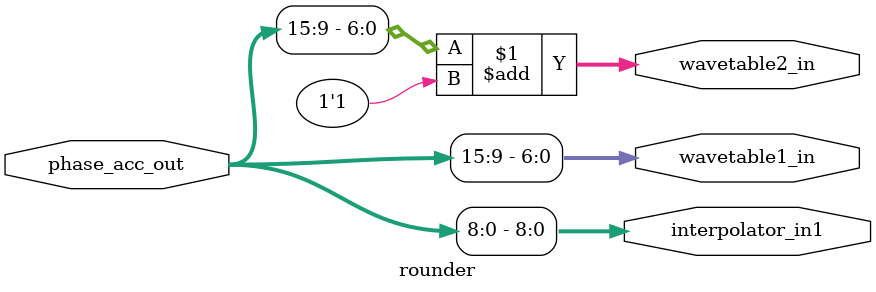
<source format=v>
module rounder(phase_acc_out, interpolator_in1, wavetable1_in, wavetable2_in);
    input [15:0] phase_acc_out;
    output [8:0] interpolator_in1;
    output [6:0] wavetable1_in, wavetable2_in;

    assign interpolator_in1 = phase_acc_out[8:0];
    assign wavetable1_in = phase_acc_out[15:9];
    assign wavetable2_in = phase_acc_out[15:9] + 1'b1;
endmodule

</source>
